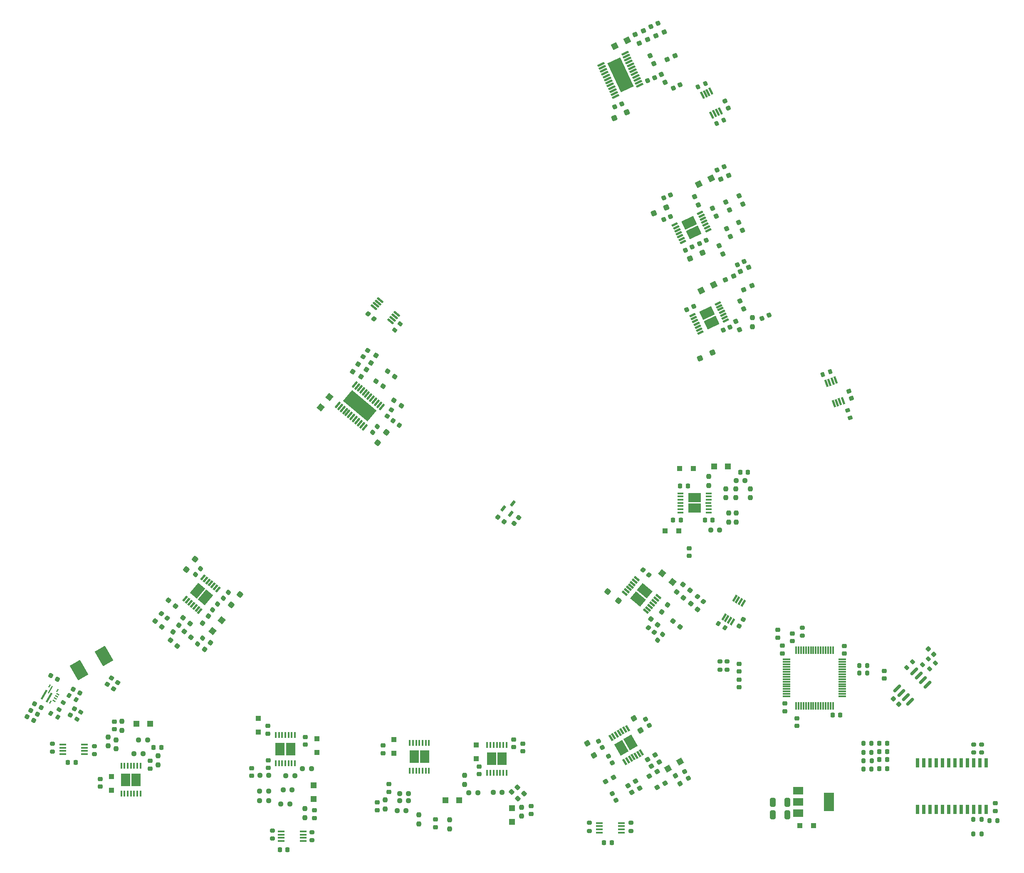
<source format=gbr>
%TF.GenerationSoftware,KiCad,Pcbnew,8.0.0*%
%TF.CreationDate,2024-03-07T18:38:19+01:00*%
%TF.ProjectId,PDU FT24,50445520-4654-4323-942e-6b696361645f,rev?*%
%TF.SameCoordinates,Original*%
%TF.FileFunction,Paste,Top*%
%TF.FilePolarity,Positive*%
%FSLAX46Y46*%
G04 Gerber Fmt 4.6, Leading zero omitted, Abs format (unit mm)*
G04 Created by KiCad (PCBNEW 8.0.0) date 2024-03-07 18:38:19*
%MOMM*%
%LPD*%
G01*
G04 APERTURE LIST*
G04 Aperture macros list*
%AMRoundRect*
0 Rectangle with rounded corners*
0 $1 Rounding radius*
0 $2 $3 $4 $5 $6 $7 $8 $9 X,Y pos of 4 corners*
0 Add a 4 corners polygon primitive as box body*
4,1,4,$2,$3,$4,$5,$6,$7,$8,$9,$2,$3,0*
0 Add four circle primitives for the rounded corners*
1,1,$1+$1,$2,$3*
1,1,$1+$1,$4,$5*
1,1,$1+$1,$6,$7*
1,1,$1+$1,$8,$9*
0 Add four rect primitives between the rounded corners*
20,1,$1+$1,$2,$3,$4,$5,0*
20,1,$1+$1,$4,$5,$6,$7,0*
20,1,$1+$1,$6,$7,$8,$9,0*
20,1,$1+$1,$8,$9,$2,$3,0*%
%AMRotRect*
0 Rectangle, with rotation*
0 The origin of the aperture is its center*
0 $1 length*
0 $2 width*
0 $3 Rotation angle, in degrees counterclockwise*
0 Add horizontal line*
21,1,$1,$2,0,0,$3*%
G04 Aperture macros list end*
%ADD10R,1.850000X2.650000*%
%ADD11R,0.450000X1.310000*%
%ADD12R,1.475000X0.450000*%
%ADD13RoundRect,0.250000X0.325000X0.650000X-0.325000X0.650000X-0.325000X-0.650000X0.325000X-0.650000X0*%
%ADD14RoundRect,0.225000X0.046884X-0.333057X0.336138X0.011663X-0.046884X0.333057X-0.336138X-0.011663X0*%
%ADD15RoundRect,0.237500X0.237500X-0.250000X0.237500X0.250000X-0.237500X0.250000X-0.237500X-0.250000X0*%
%ADD16RoundRect,0.237500X-0.250000X-0.237500X0.250000X-0.237500X0.250000X0.237500X-0.250000X0.237500X0*%
%ADD17RoundRect,0.225000X-0.046884X0.333057X-0.336138X-0.011663X0.046884X-0.333057X0.336138X0.011663X0*%
%ADD18RoundRect,0.225000X0.225000X0.250000X-0.225000X0.250000X-0.225000X-0.250000X0.225000X-0.250000X0*%
%ADD19RoundRect,0.237500X0.320903X-0.126205X0.109594X0.326949X-0.320903X0.126205X-0.109594X-0.326949X0*%
%ADD20RoundRect,0.225000X-0.098265X-0.321666X0.309574X-0.131488X0.098265X0.321666X-0.309574X0.131488X0*%
%ADD21RoundRect,0.200000X-0.053033X0.335876X-0.335876X0.053033X0.053033X-0.335876X0.335876X-0.053033X0*%
%ADD22RoundRect,0.237500X-0.320903X0.126205X-0.109594X-0.326949X0.320903X-0.126205X0.109594X0.326949X0*%
%ADD23RoundRect,0.218750X0.218750X0.256250X-0.218750X0.256250X-0.218750X-0.256250X0.218750X-0.256250X0*%
%ADD24RotRect,2.650000X1.850000X205.000000*%
%ADD25RotRect,1.310000X0.450000X205.000000*%
%ADD26RoundRect,0.200000X0.053033X-0.335876X0.335876X-0.053033X-0.053033X0.335876X-0.335876X0.053033X0*%
%ADD27RoundRect,0.225000X0.250000X-0.225000X0.250000X0.225000X-0.250000X0.225000X-0.250000X-0.225000X0*%
%ADD28RoundRect,0.250000X-0.300000X0.300000X-0.300000X-0.300000X0.300000X-0.300000X0.300000X0.300000X0*%
%ADD29RoundRect,0.237500X-0.344173X-0.021239X0.038849X-0.342632X0.344173X0.021239X-0.038849X0.342632X0*%
%ADD30RoundRect,0.237500X0.250000X0.237500X-0.250000X0.237500X-0.250000X-0.237500X0.250000X-0.237500X0*%
%ADD31RoundRect,0.237500X-0.126205X-0.320903X0.326949X-0.109594X0.126205X0.320903X-0.326949X0.109594X0*%
%ADD32RoundRect,0.250000X0.036977X-0.422650X0.422650X0.036977X-0.036977X0.422650X-0.422650X-0.036977X0*%
%ADD33RoundRect,0.225000X-0.327703X-0.075733X0.040915X-0.333843X0.327703X0.075733X-0.040915X0.333843X0*%
%ADD34RoundRect,0.237500X-0.237500X0.250000X-0.237500X-0.250000X0.237500X-0.250000X0.237500X0.250000X0*%
%ADD35RoundRect,0.225000X-0.250000X0.225000X-0.250000X-0.225000X0.250000X-0.225000X0.250000X0.225000X0*%
%ADD36RoundRect,0.237500X0.097756X0.330681X-0.335256X0.080681X-0.097756X-0.330681X0.335256X-0.080681X0*%
%ADD37RoundRect,0.225000X-0.329006X0.069856X-0.104006X-0.319856X0.329006X-0.069856X0.104006X0.319856X0*%
%ADD38RoundRect,0.200000X0.200000X0.275000X-0.200000X0.275000X-0.200000X-0.275000X0.200000X-0.275000X0*%
%ADD39RoundRect,0.200000X-0.275000X0.200000X-0.275000X-0.200000X0.275000X-0.200000X0.275000X0.200000X0*%
%ADD40RoundRect,0.250000X-0.409808X0.109808X-0.109808X-0.409808X0.409808X-0.109808X0.109808X0.409808X0*%
%ADD41RoundRect,0.237500X0.344173X0.021239X-0.038849X0.342632X-0.344173X-0.021239X0.038849X-0.342632X0*%
%ADD42RoundRect,0.225000X0.075733X-0.327703X0.333843X0.040915X-0.075733X0.327703X-0.333843X-0.040915X0*%
%ADD43RoundRect,0.237500X-0.021239X0.344173X-0.342632X-0.038849X0.021239X-0.344173X0.342632X0.038849X0*%
%ADD44RoundRect,0.225000X0.098265X0.321666X-0.309574X0.131488X-0.098265X-0.321666X0.309574X-0.131488X0*%
%ADD45RoundRect,0.250000X-0.300000X-0.300000X0.300000X-0.300000X0.300000X0.300000X-0.300000X0.300000X0*%
%ADD46RoundRect,0.200000X-0.082105X0.329975X-0.339220X0.023558X0.082105X-0.329975X0.339220X-0.023558X0*%
%ADD47RoundRect,0.200000X-0.093883X-0.326819X0.281994X-0.190011X0.093883X0.326819X-0.281994X0.190011X0*%
%ADD48RoundRect,0.225000X-0.319856X-0.104006X0.069856X-0.329006X0.319856X0.104006X-0.069856X0.329006X0*%
%ADD49RotRect,0.250000X0.600000X240.000000*%
%ADD50RotRect,0.250000X0.600000X150.000000*%
%ADD51RotRect,0.250000X1.700000X150.000000*%
%ADD52RotRect,0.400000X2.100000X150.000000*%
%ADD53RoundRect,0.225000X-0.333057X-0.046884X0.011663X-0.336138X0.333057X0.046884X-0.011663X0.336138X0*%
%ADD54RoundRect,0.237500X-0.097756X-0.330681X0.335256X-0.080681X0.097756X0.330681X-0.335256X0.080681X0*%
%ADD55R,1.200000X1.200000*%
%ADD56RoundRect,0.200000X0.275000X-0.200000X0.275000X0.200000X-0.275000X0.200000X-0.275000X-0.200000X0*%
%ADD57RotRect,0.450000X1.475000X330.000000*%
%ADD58RoundRect,0.237500X-0.051155X0.341012X-0.337943X-0.068564X0.051155X-0.341012X0.337943X0.068564X0*%
%ADD59RoundRect,0.225000X0.333057X0.046884X-0.011663X0.336138X-0.333057X-0.046884X0.011663X-0.336138X0*%
%ADD60RoundRect,0.225000X-0.225000X-0.250000X0.225000X-0.250000X0.225000X0.250000X-0.225000X0.250000X0*%
%ADD61RoundRect,0.225000X0.321666X-0.098265X0.131488X0.309574X-0.321666X0.098265X-0.131488X-0.309574X0*%
%ADD62RoundRect,0.150000X-0.477297X-0.689429X0.689429X0.477297X0.477297X0.689429X-0.689429X-0.477297X0*%
%ADD63RotRect,2.413000X3.429000X30.000000*%
%ADD64RoundRect,0.237500X0.126205X0.320903X-0.326949X0.109594X-0.126205X-0.320903X0.326949X-0.109594X0*%
%ADD65RotRect,1.200000X1.200000X205.000000*%
%ADD66RoundRect,0.225000X0.104006X-0.319856X0.329006X0.069856X-0.104006X0.319856X-0.329006X-0.069856X0*%
%ADD67RoundRect,0.250000X0.300000X0.300000X-0.300000X0.300000X-0.300000X-0.300000X0.300000X-0.300000X0*%
%ADD68RoundRect,0.237500X0.341012X0.051155X-0.068564X0.337943X-0.341012X-0.051155X0.068564X-0.337943X0*%
%ADD69RoundRect,0.200000X-0.200000X-0.275000X0.200000X-0.275000X0.200000X0.275000X-0.200000X0.275000X0*%
%ADD70RotRect,1.200000X1.200000X30.000000*%
%ADD71RotRect,0.450000X1.525000X320.000000*%
%ADD72RotRect,2.870000X6.500000X230.000000*%
%ADD73RotRect,0.450000X1.475000X230.000000*%
%ADD74RoundRect,0.200000X0.138157X-0.310705X0.338157X0.035705X-0.138157X0.310705X-0.338157X-0.035705X0*%
%ADD75R,0.700000X1.950000*%
%ADD76RoundRect,0.200000X0.310705X0.138157X-0.035705X0.338157X-0.310705X-0.138157X0.035705X-0.338157X0*%
%ADD77RoundRect,0.200000X-0.138157X0.310705X-0.338157X-0.035705X0.138157X-0.310705X0.338157X0.035705X0*%
%ADD78RoundRect,0.225000X-0.075733X0.327703X-0.333843X-0.040915X0.075733X-0.327703X0.333843X0.040915X0*%
%ADD79R,2.000000X1.500000*%
%ADD80R,2.000000X3.800000*%
%ADD81RoundRect,0.200000X0.065042X0.333758X-0.297482X0.164711X-0.065042X-0.333758X0.297482X-0.164711X0*%
%ADD82RotRect,2.650000X1.850000X140.000000*%
%ADD83RotRect,1.310000X0.450000X140.000000*%
%ADD84RotRect,2.650000X1.850000X50.000000*%
%ADD85RotRect,1.310000X0.450000X50.000000*%
%ADD86RoundRect,0.250000X-0.145107X-0.398678X0.398678X-0.145107X0.145107X0.398678X-0.398678X0.145107X0*%
%ADD87RotRect,1.200000X1.200000X230.000000*%
%ADD88R,2.650000X1.850000*%
%ADD89R,1.310000X0.450000*%
%ADD90RotRect,1.200000X1.200000X50.000000*%
%ADD91RoundRect,0.225000X-0.330695X-0.061367X0.026314X-0.335310X0.330695X0.061367X-0.026314X0.335310X0*%
%ADD92RoundRect,0.225000X-0.061367X0.330695X-0.335310X-0.026314X0.061367X-0.330695X0.335310X0.026314X0*%
%ADD93RoundRect,0.237500X0.021239X-0.344173X0.342632X0.038849X-0.021239X0.344173X-0.342632X-0.038849X0*%
%ADD94RoundRect,0.237500X-0.341012X-0.051155X0.068564X-0.337943X0.341012X0.051155X-0.068564X0.337943X0*%
%ADD95RoundRect,0.250000X-0.036977X0.422650X-0.422650X-0.036977X0.036977X-0.422650X0.422650X0.036977X0*%
%ADD96RoundRect,0.200000X-0.065042X-0.333758X0.297482X-0.164711X0.065042X0.333758X-0.297482X0.164711X0*%
%ADD97RotRect,1.200000X1.200000X140.000000*%
%ADD98RoundRect,0.250000X0.300000X-0.300000X0.300000X0.300000X-0.300000X0.300000X-0.300000X-0.300000X0*%
%ADD99RoundRect,0.237500X0.330681X-0.097756X0.080681X0.335256X-0.330681X0.097756X-0.080681X-0.335256X0*%
%ADD100RoundRect,0.237500X0.051155X-0.341012X0.337943X0.068564X-0.051155X0.341012X-0.337943X-0.068564X0*%
%ADD101RoundRect,0.225000X0.329006X-0.069856X0.104006X0.319856X-0.329006X0.069856X-0.104006X-0.319856X0*%
%ADD102RotRect,2.650000X1.850000X120.000000*%
%ADD103RotRect,1.310000X0.450000X120.000000*%
%ADD104RoundRect,0.075000X-0.700000X-0.075000X0.700000X-0.075000X0.700000X0.075000X-0.700000X0.075000X0*%
%ADD105RoundRect,0.075000X-0.075000X-0.700000X0.075000X-0.700000X0.075000X0.700000X-0.075000X0.700000X0*%
%ADD106RotRect,0.450000X1.475000X25.000000*%
%ADD107RoundRect,0.225000X0.335876X0.017678X0.017678X0.335876X-0.335876X-0.017678X-0.017678X-0.335876X0*%
%ADD108RoundRect,0.237500X0.344715X-0.008839X-0.008839X0.344715X-0.344715X0.008839X0.008839X-0.344715X0*%
%ADD109RoundRect,0.250000X-0.422650X-0.036977X0.036977X-0.422650X0.422650X0.036977X-0.036977X0.422650X0*%
%ADD110RoundRect,0.225000X0.311878X-0.125926X0.157969X0.296936X-0.311878X0.125926X-0.157969X-0.296936X0*%
%ADD111RotRect,0.600000X1.250000X142.500000*%
%ADD112RoundRect,0.237500X-0.344715X0.008839X0.008839X-0.344715X0.344715X-0.008839X-0.008839X0.344715X0*%
%ADD113RoundRect,0.200000X-0.326819X0.093883X-0.190011X-0.281994X0.326819X-0.093883X0.190011X0.281994X0*%
%ADD114RotRect,0.450000X1.525000X295.000000*%
%ADD115RotRect,2.870000X6.500000X205.000000*%
%ADD116RoundRect,0.200000X-0.310705X-0.138157X0.035705X-0.338157X0.310705X0.138157X-0.035705X0.338157X0*%
%ADD117RotRect,0.450000X1.475000X20.000000*%
G04 APERTURE END LIST*
D10*
%TO.C,U12*%
X178500000Y-207700000D03*
X180650000Y-207700000D03*
D11*
X177625000Y-210550000D03*
X178275000Y-210550000D03*
X178925000Y-210550000D03*
X179575000Y-210545000D03*
X180225000Y-210550000D03*
X180875000Y-210550000D03*
X181525000Y-210550000D03*
X181525000Y-204850000D03*
X180875000Y-204850000D03*
X180225000Y-204850000D03*
X179575000Y-204850000D03*
X178925000Y-204850000D03*
X178275000Y-204850000D03*
X177625000Y-204850000D03*
%TD*%
D12*
%TO.C,IC5*%
X220659075Y-223153156D03*
X220659075Y-222503156D03*
X220659075Y-221853156D03*
X220659075Y-221203156D03*
X216235075Y-221203156D03*
X216235075Y-221853156D03*
X216235075Y-222503156D03*
X216235075Y-223153156D03*
%TD*%
D13*
%TO.C,C17*%
X254475000Y-217000000D03*
X251525000Y-217000000D03*
%TD*%
D14*
%TO.C,C121*%
X228101840Y-183993684D03*
X229098160Y-182806316D03*
%TD*%
D15*
%TO.C,R124*%
X172600000Y-218312500D03*
X172600000Y-216487500D03*
%TD*%
D16*
%TO.C,R178*%
X189635071Y-215060792D03*
X191460071Y-215060792D03*
%TD*%
D17*
%TO.C,C19*%
X138498160Y-176606316D03*
X137501840Y-177793684D03*
%TD*%
D18*
%TO.C,C29*%
X109575000Y-208875000D03*
X108025000Y-208875000D03*
%TD*%
D19*
%TO.C,R54*%
X229616287Y-70366890D03*
X228845009Y-68712878D03*
%TD*%
D20*
%TO.C,C52*%
X249347112Y-118420271D03*
X250751890Y-117765213D03*
%TD*%
D21*
%TO.C,R4*%
X283183363Y-187816637D03*
X282016637Y-188983363D03*
%TD*%
D22*
%TO.C,R194*%
X244561436Y-98851150D03*
X245332714Y-100505162D03*
%TD*%
D23*
%TO.C,D4*%
X274787500Y-205000000D03*
X273212500Y-205000000D03*
%TD*%
D10*
%TO.C,U46*%
X194265668Y-208123080D03*
X196415668Y-208123080D03*
D11*
X193390668Y-210973080D03*
X194040668Y-210973080D03*
X194690668Y-210973080D03*
X195340668Y-210968080D03*
X195990668Y-210973080D03*
X196640668Y-210973080D03*
X197290668Y-210973080D03*
X197290668Y-205273080D03*
X196640668Y-205273080D03*
X195990668Y-205273080D03*
X195340668Y-205273080D03*
X194690668Y-205273080D03*
X194040668Y-205273080D03*
X193390668Y-205273080D03*
%TD*%
D24*
%TO.C,U18*%
X239028944Y-119303495D03*
X238120314Y-117354933D03*
D25*
X241981712Y-118892052D03*
X241707010Y-118302952D03*
X241432308Y-117713852D03*
X241153075Y-117126865D03*
X240882904Y-116535652D03*
X240608202Y-115946552D03*
X240333501Y-115357452D03*
X235167546Y-117766376D03*
X235442248Y-118355476D03*
X235716950Y-118944576D03*
X235991652Y-119533676D03*
X236266354Y-120122776D03*
X236541056Y-120711876D03*
X236815757Y-121300976D03*
%TD*%
D26*
%TO.C,R118*%
X283416637Y-189783363D03*
X284583363Y-188616637D03*
%TD*%
D27*
%TO.C,C72*%
X274200000Y-191775000D03*
X274200000Y-190225000D03*
%TD*%
D14*
%TO.C,C49*%
X170033657Y-141632601D03*
X171029977Y-140445233D03*
%TD*%
D28*
%TO.C,D8*%
X146782938Y-199890379D03*
X146782938Y-202690379D03*
%TD*%
D29*
%TO.C,R24*%
X128525291Y-175824874D03*
X129923323Y-176997962D03*
%TD*%
D30*
%TO.C,R30*%
X157602500Y-210170000D03*
X155777500Y-210170000D03*
%TD*%
%TO.C,R31*%
X154217173Y-211617123D03*
X152392173Y-211617123D03*
%TD*%
D31*
%TO.C,R72*%
X245620069Y-112563795D03*
X247274081Y-111792517D03*
%TD*%
D32*
%TO.C,D15*%
X171047172Y-143750618D03*
X172846978Y-141605694D03*
%TD*%
D33*
%TO.C,C47*%
X174200000Y-139300000D03*
X175469686Y-140189044D03*
%TD*%
D27*
%TO.C,C23*%
X158230000Y-220175000D03*
X158230000Y-218625000D03*
%TD*%
D18*
%TO.C,C113*%
X127021832Y-205842478D03*
X125471832Y-205842478D03*
%TD*%
D27*
%TO.C,C117*%
X200600000Y-206575000D03*
X200600000Y-205025000D03*
%TD*%
D15*
%TO.C,R177*%
X200365906Y-219826901D03*
X200365906Y-218001901D03*
%TD*%
D34*
%TO.C,R175*%
X188771419Y-211504046D03*
X188771419Y-213329046D03*
%TD*%
D35*
%TO.C,C7*%
X252513478Y-181881646D03*
X252513478Y-183431646D03*
%TD*%
D36*
%TO.C,R9*%
X228390248Y-208743750D03*
X226809752Y-209656250D03*
%TD*%
D37*
%TO.C,C97*%
X218046097Y-207612428D03*
X218821097Y-208954768D03*
%TD*%
D38*
%TO.C,R13*%
X297272075Y-220678156D03*
X295622075Y-220678156D03*
%TD*%
D39*
%TO.C,R7*%
X240727075Y-188333156D03*
X240727075Y-189983156D03*
%TD*%
D40*
%TO.C,D19*%
X223200000Y-199887564D03*
X224600000Y-202312436D03*
%TD*%
D41*
%TO.C,R185*%
X233345398Y-175316839D03*
X231947366Y-174143751D03*
%TD*%
D42*
%TO.C,C48*%
X173002553Y-138312999D03*
X173891597Y-137043313D03*
%TD*%
D29*
%TO.C,R186*%
X233232940Y-172611663D03*
X234630972Y-173784751D03*
%TD*%
D43*
%TO.C,R182*%
X230086544Y-176800984D03*
X228913456Y-178199016D03*
%TD*%
D34*
%TO.C,R171*%
X119000000Y-200487500D03*
X119000000Y-202312500D03*
%TD*%
D44*
%TO.C,C51*%
X245693692Y-106829158D03*
X244288914Y-107484216D03*
%TD*%
D45*
%TO.C,D43*%
X232547075Y-149044884D03*
X235347075Y-149044884D03*
%TD*%
D34*
%TO.C,R128*%
X238447076Y-150632385D03*
X238447076Y-152457385D03*
%TD*%
D22*
%TO.C,R193*%
X241925423Y-94716220D03*
X242696701Y-96370232D03*
%TD*%
D23*
%TO.C,D2*%
X274787500Y-208266834D03*
X273212500Y-208266834D03*
%TD*%
D30*
%TO.C,R132*%
X240705352Y-161498509D03*
X238880352Y-161498509D03*
%TD*%
D16*
%TO.C,R29*%
X147034575Y-214678156D03*
X148859575Y-214678156D03*
%TD*%
D46*
%TO.C,R65*%
X175628307Y-119567955D03*
X174567707Y-120831929D03*
%TD*%
D27*
%TO.C,C3*%
X244637075Y-190343156D03*
X244637075Y-188793156D03*
%TD*%
D37*
%TO.C,C13*%
X225612500Y-200028830D03*
X226387500Y-201371170D03*
%TD*%
D35*
%TO.C,C119*%
X198800000Y-204225000D03*
X198800000Y-205775000D03*
%TD*%
D47*
%TO.C,R37*%
X261671829Y-129844129D03*
X263222321Y-129279795D03*
%TD*%
D35*
%TO.C,C8*%
X266070509Y-185168422D03*
X266070509Y-186718422D03*
%TD*%
D15*
%TO.C,R134*%
X246947075Y-154957385D03*
X246947075Y-153132385D03*
%TD*%
D29*
%TO.C,R21*%
X125748059Y-180091612D03*
X127146091Y-181264700D03*
%TD*%
D48*
%TO.C,C58*%
X109108830Y-193972500D03*
X110451170Y-194747500D03*
%TD*%
D34*
%TO.C,R133*%
X243947074Y-153132383D03*
X243947074Y-154957383D03*
%TD*%
D44*
%TO.C,C125*%
X230702389Y-93272471D03*
X229297611Y-93927529D03*
%TD*%
D49*
%TO.C,IC8*%
X105195160Y-196301602D03*
X105445160Y-195868589D03*
X105695160Y-195435577D03*
X105945160Y-195002564D03*
D50*
X105863128Y-194204647D03*
D51*
X104462295Y-194030961D03*
D50*
X104304282Y-193304647D03*
D52*
X103210000Y-195040000D03*
X104214590Y-195620000D03*
D50*
X104463128Y-196629519D03*
%TD*%
D53*
%TO.C,C20*%
X127085282Y-178532786D03*
X128272650Y-179529106D03*
%TD*%
D54*
%TO.C,R150*%
X228015177Y-213980085D03*
X229595673Y-213067585D03*
%TD*%
D55*
%TO.C,D56*%
X122000000Y-201000000D03*
X124800000Y-201000000D03*
%TD*%
D19*
%TO.C,R70*%
X244733639Y-120715006D03*
X243962361Y-119060994D03*
%TD*%
D56*
%TO.C,R117*%
X149674399Y-224381006D03*
X149674399Y-222731006D03*
%TD*%
D57*
%TO.C,IC3*%
X245486692Y-176398480D03*
X244923775Y-176073480D03*
X244360859Y-175748480D03*
X243797942Y-175423480D03*
X241585942Y-179254776D03*
X242148859Y-179579776D03*
X242711775Y-179904776D03*
X243274692Y-180229776D03*
%TD*%
D35*
%TO.C,C118*%
X191774841Y-209728443D03*
X191774841Y-211278443D03*
%TD*%
D58*
%TO.C,R60*%
X168758795Y-128832715D03*
X167712019Y-130327667D03*
%TD*%
D16*
%TO.C,R125*%
X175534575Y-216678156D03*
X177359575Y-216678156D03*
%TD*%
%TO.C,R36*%
X151840836Y-214449953D03*
X153665836Y-214449953D03*
%TD*%
D28*
%TO.C,D10*%
X174400000Y-204200000D03*
X174400000Y-207000000D03*
%TD*%
D27*
%TO.C,C80*%
X182890178Y-222045499D03*
X182890178Y-220495499D03*
%TD*%
D23*
%TO.C,D1*%
X274787500Y-210100000D03*
X273212500Y-210100000D03*
%TD*%
D53*
%TO.C,C50*%
X169100739Y-117493377D03*
X170288107Y-118489697D03*
%TD*%
D41*
%TO.C,R25*%
X132899016Y-180586544D03*
X131500984Y-179413456D03*
%TD*%
D59*
%TO.C,C122*%
X227400000Y-182400000D03*
X226212632Y-181403680D03*
%TD*%
D60*
%TO.C,C87*%
X237725000Y-159544884D03*
X239275000Y-159544884D03*
%TD*%
D27*
%TO.C,C116*%
X202335522Y-219342105D03*
X202335522Y-217792105D03*
%TD*%
D15*
%TO.C,R127*%
X242500000Y-159912500D03*
X242500000Y-158087500D03*
%TD*%
D37*
%TO.C,C96*%
X218802935Y-215199015D03*
X219577935Y-216541355D03*
%TD*%
D56*
%TO.C,R8*%
X242227075Y-189983156D03*
X242227075Y-188333156D03*
%TD*%
D61*
%TO.C,C31*%
X242451402Y-75588137D03*
X241796344Y-74183359D03*
%TD*%
D62*
%TO.C,U1*%
X276802872Y-193803051D03*
X277700898Y-194701076D03*
X278598924Y-195599102D03*
X279496949Y-196497128D03*
X282997128Y-192996949D03*
X282099102Y-192098924D03*
X281201076Y-191200898D03*
X280303051Y-190302872D03*
%TD*%
D63*
%TO.C,L2*%
X110310340Y-190080500D03*
X115369660Y-187159500D03*
%TD*%
D64*
%TO.C,R55*%
X226012245Y-61661938D03*
X224358233Y-62433216D03*
%TD*%
D65*
%TO.C,D13*%
X221848831Y-61778334D03*
X219311169Y-62961666D03*
%TD*%
D35*
%TO.C,C86*%
X234500000Y-165225000D03*
X234500000Y-166775000D03*
%TD*%
D66*
%TO.C,C60*%
X108552500Y-199251170D03*
X109327500Y-197908830D03*
%TD*%
D35*
%TO.C,C112*%
X117463465Y-200570563D03*
X117463465Y-202120563D03*
%TD*%
%TO.C,C24*%
X145400000Y-210025000D03*
X145400000Y-211575000D03*
%TD*%
D41*
%TO.C,R181*%
X232612897Y-181229235D03*
X231214865Y-180056147D03*
%TD*%
D16*
%TO.C,R32*%
X147034575Y-216678156D03*
X148859575Y-216678156D03*
%TD*%
D67*
%TO.C,D5*%
X259855000Y-221700000D03*
X257055000Y-221700000D03*
%TD*%
D68*
%TO.C,R59*%
X175891139Y-136196724D03*
X174396187Y-135149948D03*
%TD*%
D54*
%TO.C,R146*%
X222829184Y-214997682D03*
X224409680Y-214085182D03*
%TD*%
D69*
%TO.C,R18*%
X269122075Y-190678156D03*
X270772075Y-190678156D03*
%TD*%
D31*
%TO.C,R56*%
X223512997Y-60620599D03*
X225167009Y-59849321D03*
%TD*%
D60*
%TO.C,C77*%
X151172075Y-226678156D03*
X152722075Y-226678156D03*
%TD*%
D56*
%TO.C,R44*%
X214182642Y-222804117D03*
X214182642Y-221154117D03*
%TD*%
D38*
%TO.C,R15*%
X294005021Y-220457848D03*
X292355021Y-220457848D03*
%TD*%
D14*
%TO.C,C18*%
X134448915Y-184771840D03*
X135445235Y-183584472D03*
%TD*%
D70*
%TO.C,D47*%
X230187564Y-210100000D03*
X232612436Y-208700000D03*
%TD*%
D24*
%TO.C,U50*%
X235420986Y-100880122D03*
X234512356Y-98931560D03*
D25*
X238373754Y-100468679D03*
X238099052Y-99879579D03*
X237824350Y-99290479D03*
X237545117Y-98703492D03*
X237274946Y-98112279D03*
X237000244Y-97523179D03*
X236725543Y-96934079D03*
X231559588Y-99343003D03*
X231834290Y-99932103D03*
X232108992Y-100521203D03*
X232383694Y-101110303D03*
X232658396Y-101699403D03*
X232933098Y-102288503D03*
X233207799Y-102877603D03*
%TD*%
D71*
%TO.C,IC9*%
X171910773Y-136468014D03*
X171412844Y-136050202D03*
X170914915Y-135632390D03*
X170416986Y-135214578D03*
X169919057Y-134796766D03*
X169421128Y-134378954D03*
X168923200Y-133961142D03*
X168425271Y-133543331D03*
X167927342Y-133125519D03*
X167429413Y-132707707D03*
X166931484Y-132289895D03*
X166433555Y-131872083D03*
X162947075Y-136027108D03*
X163445004Y-136444920D03*
X163942933Y-136862732D03*
X164440862Y-137280544D03*
X164938791Y-137698356D03*
X165436720Y-138116168D03*
X165934648Y-138533980D03*
X166432577Y-138951791D03*
X166930506Y-139369603D03*
X167428435Y-139787415D03*
X167926364Y-140205227D03*
X168424293Y-140623039D03*
D72*
X167428924Y-136247561D03*
%TD*%
D64*
%TO.C,R71*%
X243537220Y-109820086D03*
X241883208Y-110591364D03*
%TD*%
D28*
%TO.C,D59*%
X191120000Y-205300000D03*
X191120000Y-208100000D03*
%TD*%
D60*
%TO.C,C89*%
X232672075Y-152544884D03*
X234222075Y-152544884D03*
%TD*%
D73*
%TO.C,IC2*%
X173744389Y-119031487D03*
X174162201Y-118533558D03*
X174580013Y-118035629D03*
X174997825Y-117537700D03*
X171608845Y-114694007D03*
X171191033Y-115191936D03*
X170773221Y-115689865D03*
X170355409Y-116187794D03*
%TD*%
D74*
%TO.C,R76*%
X109847500Y-200064471D03*
X110672500Y-198635529D03*
%TD*%
D22*
%TO.C,R187*%
X242133770Y-100135063D03*
X242905048Y-101789075D03*
%TD*%
D20*
%TO.C,C127*%
X233719478Y-104514747D03*
X235124256Y-103859689D03*
%TD*%
D75*
%TO.C,U4*%
X294932075Y-208953156D03*
X293662075Y-208953156D03*
X292392075Y-208953156D03*
X291122075Y-208953156D03*
X289852075Y-208953156D03*
X288582075Y-208953156D03*
X287312075Y-208953156D03*
X286042075Y-208953156D03*
X284772075Y-208953156D03*
X283502075Y-208953156D03*
X282232075Y-208953156D03*
X280962075Y-208953156D03*
X280962075Y-218403156D03*
X282232075Y-218403156D03*
X283502075Y-218403156D03*
X284772075Y-218403156D03*
X286042075Y-218403156D03*
X287312075Y-218403156D03*
X288582075Y-218403156D03*
X289852075Y-218403156D03*
X291122075Y-218403156D03*
X292392075Y-218403156D03*
X293662075Y-218403156D03*
X294932075Y-218403156D03*
%TD*%
D43*
%TO.C,R39*%
X136586544Y-179100984D03*
X135413456Y-180499016D03*
%TD*%
D60*
%TO.C,C9*%
X263672075Y-199178156D03*
X265222075Y-199178156D03*
%TD*%
D69*
%TO.C,R12*%
X292355021Y-223457848D03*
X294005021Y-223457848D03*
%TD*%
D54*
%TO.C,R148*%
X217516213Y-212795346D03*
X219096709Y-211882846D03*
%TD*%
D17*
%TO.C,C21*%
X134998160Y-169406316D03*
X134001840Y-170593684D03*
%TD*%
D15*
%TO.C,R67*%
X247400000Y-120112500D03*
X247400000Y-118287500D03*
%TD*%
D76*
%TO.C,R74*%
X105984471Y-199672500D03*
X104555529Y-198847500D03*
%TD*%
D69*
%TO.C,R2*%
X269975000Y-208500000D03*
X271625000Y-208500000D03*
%TD*%
D27*
%TO.C,C114*%
X124746832Y-210117478D03*
X124746832Y-208567478D03*
%TD*%
D39*
%TO.C,R43*%
X222682642Y-221154117D03*
X222682642Y-222804117D03*
%TD*%
D22*
%TO.C,R68*%
X244815786Y-114868621D03*
X245587064Y-116522633D03*
%TD*%
D77*
%TO.C,R77*%
X107082500Y-196655529D03*
X106257500Y-198084471D03*
%TD*%
D78*
%TO.C,C62*%
X116934522Y-191685157D03*
X116045478Y-192954843D03*
%TD*%
D22*
%TO.C,R188*%
X235561436Y-93656744D03*
X236332714Y-95310756D03*
%TD*%
D20*
%TO.C,C128*%
X229297611Y-98327529D03*
X230702389Y-97672471D03*
%TD*%
D27*
%TO.C,C115*%
X114600000Y-213775000D03*
X114600000Y-212225000D03*
%TD*%
D18*
%TO.C,C85*%
X246475000Y-149800000D03*
X244925000Y-149800000D03*
%TD*%
D20*
%TO.C,C54*%
X233987080Y-116627449D03*
X235391858Y-115972391D03*
%TD*%
D79*
%TO.C,U5*%
X256654964Y-214594980D03*
X256654964Y-216894980D03*
D80*
X262954964Y-216894980D03*
D79*
X256654964Y-219194980D03*
%TD*%
D15*
%TO.C,R122*%
X179447075Y-221379856D03*
X179447075Y-219554856D03*
%TD*%
D26*
%TO.C,R73*%
X278816637Y-189583363D03*
X279983363Y-188416637D03*
%TD*%
D81*
%TO.C,R46*%
X241540814Y-78039458D03*
X240045406Y-78736778D03*
%TD*%
D82*
%TO.C,U48*%
X224096972Y-175584745D03*
X225478966Y-173937749D03*
D83*
X225717760Y-178086978D03*
X226135572Y-177589049D03*
X226553384Y-177091121D03*
X226967365Y-176589978D03*
X227389008Y-176095263D03*
X227806820Y-175597334D03*
X228224632Y-175099405D03*
X223858178Y-171435516D03*
X223440366Y-171933445D03*
X223022554Y-172431373D03*
X222604742Y-172929302D03*
X222186930Y-173427231D03*
X221769118Y-173925160D03*
X221351306Y-174423089D03*
%TD*%
D16*
%TO.C,R170*%
X121498065Y-207103331D03*
X123323065Y-207103331D03*
%TD*%
D84*
%TO.C,U11*%
X134400000Y-173909003D03*
X136046996Y-175290997D03*
D85*
X131897767Y-175529791D03*
X132395696Y-175947603D03*
X132893624Y-176365415D03*
X133394767Y-176779396D03*
X133889482Y-177201039D03*
X134387411Y-177618851D03*
X134885340Y-178036663D03*
X138549229Y-173670209D03*
X138051300Y-173252397D03*
X137553372Y-172834585D03*
X137055443Y-172416773D03*
X136557514Y-171998961D03*
X136059585Y-171581149D03*
X135561656Y-171163337D03*
%TD*%
D35*
%TO.C,C26*%
X148740000Y-201455000D03*
X148740000Y-203005000D03*
%TD*%
%TO.C,C82*%
X173395288Y-213299312D03*
X173395288Y-214849312D03*
%TD*%
D86*
%TO.C,D16*%
X219231169Y-77591666D03*
X221768831Y-76408334D03*
%TD*%
D87*
%TO.C,D14*%
X161299903Y-134427538D03*
X159500097Y-136572462D03*
%TD*%
D88*
%TO.C,U32*%
X235587075Y-157069884D03*
X235587075Y-154919884D03*
D89*
X238437075Y-157944884D03*
X238437075Y-157294884D03*
X238437075Y-156644884D03*
X238432075Y-155994884D03*
X238437075Y-155344884D03*
X238437075Y-154694884D03*
X238437075Y-154044884D03*
X232737075Y-154044884D03*
X232737075Y-154694884D03*
X232737075Y-155344884D03*
X232737075Y-155994884D03*
X232737075Y-156644884D03*
X232737075Y-157294884D03*
X232737075Y-157944884D03*
%TD*%
D48*
%TO.C,C56*%
X99713830Y-199577500D03*
X101056170Y-200352500D03*
%TD*%
D90*
%TO.C,D6*%
X137500097Y-182090103D03*
X139299903Y-179945179D03*
%TD*%
D39*
%TO.C,R105*%
X257513478Y-181431646D03*
X257513478Y-183081646D03*
%TD*%
D91*
%TO.C,C79*%
X195585151Y-158928210D03*
X196814849Y-159871790D03*
%TD*%
D35*
%TO.C,C41*%
X255513478Y-182606646D03*
X255513478Y-184156646D03*
%TD*%
D34*
%TO.C,R129*%
X241947074Y-153132384D03*
X241947074Y-154957384D03*
%TD*%
D92*
%TO.C,C78*%
X199771790Y-158985151D03*
X198828210Y-160214849D03*
%TD*%
D44*
%TO.C,C124*%
X241578654Y-87554250D03*
X240173876Y-88209308D03*
%TD*%
D86*
%TO.C,D21*%
X236731169Y-126591666D03*
X239268831Y-125408334D03*
%TD*%
D36*
%TO.C,R149*%
X227990248Y-210743750D03*
X226409752Y-211656250D03*
%TD*%
D30*
%TO.C,R131*%
X245859574Y-151500000D03*
X244034574Y-151500000D03*
%TD*%
D58*
%TO.C,R58*%
X170766312Y-125965684D03*
X169719536Y-127460636D03*
%TD*%
D93*
%TO.C,R23*%
X135860531Y-185877172D03*
X137033619Y-184479140D03*
%TD*%
D56*
%TO.C,R14*%
X294019544Y-206836685D03*
X294019544Y-205186685D03*
%TD*%
D94*
%TO.C,R19*%
X173091668Y-129233592D03*
X174586620Y-130280368D03*
%TD*%
D95*
%TO.C,D7*%
X133899903Y-167427538D03*
X132100097Y-169572462D03*
%TD*%
D23*
%TO.C,D3*%
X274787500Y-206661538D03*
X273212500Y-206661538D03*
%TD*%
D53*
%TO.C,C123*%
X225081836Y-169688295D03*
X226269204Y-170684615D03*
%TD*%
D86*
%TO.C,D63*%
X234678244Y-106269822D03*
X237215906Y-105086490D03*
%TD*%
D35*
%TO.C,C6*%
X253500000Y-185111315D03*
X253500000Y-186661315D03*
%TD*%
D55*
%TO.C,D41*%
X242409575Y-148594883D03*
X239609575Y-148594883D03*
%TD*%
D30*
%TO.C,R35*%
X153212931Y-217295877D03*
X151387931Y-217295877D03*
%TD*%
D15*
%TO.C,R123*%
X185708420Y-222411395D03*
X185708420Y-220586395D03*
%TD*%
D44*
%TO.C,C22*%
X228149464Y-58350627D03*
X226744686Y-59005685D03*
%TD*%
D55*
%TO.C,D58*%
X198400000Y-218200000D03*
X198400000Y-221000000D03*
%TD*%
D96*
%TO.C,R45*%
X236275295Y-71311568D03*
X237770703Y-70614248D03*
%TD*%
D22*
%TO.C,R189*%
X239206498Y-95984073D03*
X239977776Y-97638085D03*
%TD*%
D86*
%TO.C,D17*%
X227331169Y-96991666D03*
X229868831Y-95808334D03*
%TD*%
D69*
%TO.C,R3*%
X269947075Y-206800000D03*
X271597075Y-206800000D03*
%TD*%
D16*
%TO.C,R34*%
X147087500Y-211500000D03*
X148912500Y-211500000D03*
%TD*%
D12*
%TO.C,IC6*%
X155886399Y-224856006D03*
X155886399Y-224206006D03*
X155886399Y-223556006D03*
X155886399Y-222906006D03*
X151462399Y-222906006D03*
X151462399Y-223556006D03*
X151462399Y-224206006D03*
X151462399Y-224856006D03*
%TD*%
D97*
%TO.C,D60*%
X231097734Y-172125422D03*
X228952810Y-170325616D03*
%TD*%
D12*
%TO.C,IC4*%
X111412000Y-207175000D03*
X111412000Y-206525000D03*
X111412000Y-205875000D03*
X111412000Y-205225000D03*
X106988000Y-205225000D03*
X106988000Y-205875000D03*
X106988000Y-206525000D03*
X106988000Y-207175000D03*
%TD*%
D41*
%TO.C,R183*%
X236209856Y-177720408D03*
X234811824Y-176547320D03*
%TD*%
D48*
%TO.C,C55*%
X101263830Y-196927500D03*
X102606170Y-197702500D03*
%TD*%
D69*
%TO.C,R5*%
X269947363Y-205000000D03*
X271597363Y-205000000D03*
%TD*%
D65*
%TO.C,D20*%
X239528823Y-111606047D03*
X236991161Y-112789379D03*
%TD*%
D56*
%TO.C,R16*%
X292397613Y-206836685D03*
X292397613Y-205186685D03*
%TD*%
D22*
%TO.C,R52*%
X226527053Y-64925102D03*
X227298331Y-66579114D03*
%TD*%
D76*
%TO.C,R40*%
X241817775Y-181453230D03*
X240388833Y-180628230D03*
%TD*%
D17*
%TO.C,C11*%
X140698160Y-174206316D03*
X139701840Y-175393684D03*
%TD*%
D41*
%TO.C,R184*%
X228099016Y-180864035D03*
X226700984Y-179690947D03*
%TD*%
D34*
%TO.C,R172*%
X126346832Y-207529978D03*
X126346832Y-209354978D03*
%TD*%
D98*
%TO.C,D57*%
X116854108Y-214516656D03*
X116854108Y-211716656D03*
%TD*%
D99*
%TO.C,R147*%
X232655016Y-213191521D03*
X231742516Y-211611025D03*
%TD*%
D64*
%TO.C,R69*%
X246568310Y-108070086D03*
X244914298Y-108841364D03*
%TD*%
D59*
%TO.C,C120*%
X237390099Y-176099932D03*
X236202731Y-175103612D03*
%TD*%
D100*
%TO.C,R61*%
X166023526Y-129252189D03*
X167070302Y-127757237D03*
%TD*%
D101*
%TO.C,C95*%
X234318316Y-212072442D03*
X233543316Y-210730102D03*
%TD*%
D65*
%TO.C,D62*%
X239020256Y-89905796D03*
X236482594Y-91089128D03*
%TD*%
D54*
%TO.C,R143*%
X222026836Y-213607975D03*
X223607332Y-212695475D03*
%TD*%
D55*
%TO.C,D38*%
X187714543Y-216550993D03*
X184914543Y-216550993D03*
%TD*%
D60*
%TO.C,C88*%
X231225000Y-159544884D03*
X232775000Y-159544884D03*
%TD*%
D64*
%TO.C,R51*%
X231627006Y-64914361D03*
X229972994Y-65685639D03*
%TD*%
D40*
%TO.C,D49*%
X213747075Y-204965720D03*
X215147075Y-207390592D03*
%TD*%
D27*
%TO.C,C14*%
X296855021Y-218732848D03*
X296855021Y-217182848D03*
%TD*%
D34*
%TO.C,R173*%
X117858647Y-204277902D03*
X117858647Y-206102902D03*
%TD*%
D35*
%TO.C,C4*%
X244637075Y-192018156D03*
X244637075Y-193568156D03*
%TD*%
D66*
%TO.C,C28*%
X244696738Y-181123541D03*
X245471738Y-179781201D03*
%TD*%
D36*
%TO.C,R6*%
X227590248Y-207343750D03*
X226009752Y-208256250D03*
%TD*%
D94*
%TO.C,R57*%
X170711368Y-131215328D03*
X172206320Y-132262104D03*
%TD*%
D18*
%TO.C,C30*%
X218722075Y-225178156D03*
X217172075Y-225178156D03*
%TD*%
D102*
%TO.C,U7*%
X220738046Y-205875000D03*
X222600000Y-204800000D03*
D103*
X221405273Y-208780672D03*
X221968190Y-208455672D03*
X222531106Y-208130672D03*
X223091523Y-207801342D03*
X223656940Y-207480672D03*
X224219856Y-207155672D03*
X224782773Y-206830672D03*
X221932773Y-201894328D03*
X221369856Y-202219328D03*
X220806940Y-202544328D03*
X220244023Y-202869328D03*
X219681106Y-203194328D03*
X219118190Y-203519328D03*
X218555273Y-203844328D03*
%TD*%
D22*
%TO.C,R190*%
X244641436Y-93501150D03*
X245412714Y-95155162D03*
%TD*%
D78*
%TO.C,C46*%
X169049142Y-124931163D03*
X168160098Y-126200849D03*
%TD*%
D104*
%TO.C,U3*%
X254338478Y-187906646D03*
X254338478Y-188406646D03*
X254338478Y-188906646D03*
X254338478Y-189406646D03*
X254338478Y-189906646D03*
X254338478Y-190406646D03*
X254338478Y-190906646D03*
X254338478Y-191406646D03*
X254338478Y-191906646D03*
X254338478Y-192406646D03*
X254338478Y-192906646D03*
X254338478Y-193406646D03*
X254338478Y-193906646D03*
X254338478Y-194406646D03*
X254338478Y-194906646D03*
X254338478Y-195406646D03*
D105*
X256263478Y-197331646D03*
X256763478Y-197331646D03*
X257263478Y-197331646D03*
X257763478Y-197331646D03*
X258263478Y-197331646D03*
X258763478Y-197331646D03*
X259263478Y-197331646D03*
X259763478Y-197331646D03*
X260263478Y-197331646D03*
X260763478Y-197331646D03*
X261263478Y-197331646D03*
X261763478Y-197331646D03*
X262263478Y-197331646D03*
X262763478Y-197331646D03*
X263263478Y-197331646D03*
X263763478Y-197331646D03*
D104*
X265688478Y-195406646D03*
X265688478Y-194906646D03*
X265688478Y-194406646D03*
X265688478Y-193906646D03*
X265688478Y-193406646D03*
X265688478Y-192906646D03*
X265688478Y-192406646D03*
X265688478Y-191906646D03*
X265688478Y-191406646D03*
X265688478Y-190906646D03*
X265688478Y-190406646D03*
X265688478Y-189906646D03*
X265688478Y-189406646D03*
X265688478Y-188906646D03*
X265688478Y-188406646D03*
X265688478Y-187906646D03*
D105*
X263763478Y-185981646D03*
X263263478Y-185981646D03*
X262763478Y-185981646D03*
X262263478Y-185981646D03*
X261763478Y-185981646D03*
X261263478Y-185981646D03*
X260763478Y-185981646D03*
X260263478Y-185981646D03*
X259763478Y-185981646D03*
X259263478Y-185981646D03*
X258763478Y-185981646D03*
X258263478Y-185981646D03*
X257763478Y-185981646D03*
X257263478Y-185981646D03*
X256763478Y-185981646D03*
X256263478Y-185981646D03*
%TD*%
D39*
%TO.C,R41*%
X113412000Y-205550000D03*
X113412000Y-207200000D03*
%TD*%
D13*
%TO.C,C16*%
X254475000Y-219500000D03*
X251525000Y-219500000D03*
%TD*%
D15*
%TO.C,R33*%
X156289400Y-220107912D03*
X156289400Y-218282912D03*
%TD*%
D20*
%TO.C,C126*%
X236600467Y-103171321D03*
X238005245Y-102516263D03*
%TD*%
D69*
%TO.C,R1*%
X269943219Y-210200000D03*
X271593219Y-210200000D03*
%TD*%
D20*
%TO.C,C53*%
X241407611Y-120847529D03*
X242812389Y-120192471D03*
%TD*%
D43*
%TO.C,R26*%
X130586544Y-180900984D03*
X129413456Y-182299016D03*
%TD*%
D41*
%TO.C,R22*%
X130279842Y-185129561D03*
X128881810Y-183956473D03*
%TD*%
D39*
%TO.C,R116*%
X157674399Y-223056006D03*
X157674399Y-224706006D03*
%TD*%
D37*
%TO.C,C99*%
X216059575Y-204506986D03*
X216834575Y-205849326D03*
%TD*%
D41*
%TO.C,R10*%
X133099016Y-183386544D03*
X131700984Y-182213456D03*
%TD*%
D106*
%TO.C,IC7*%
X238939203Y-72164508D03*
X238350103Y-72439211D03*
X237761003Y-72713913D03*
X237171903Y-72988615D03*
X239041567Y-76998122D03*
X239630667Y-76723419D03*
X240219767Y-76448717D03*
X240808867Y-76174015D03*
%TD*%
D45*
%TO.C,D42*%
X229600000Y-161678156D03*
X232400000Y-161678156D03*
%TD*%
D107*
%TO.C,C1*%
X284248008Y-186848008D03*
X283151992Y-185751992D03*
%TD*%
D108*
%TO.C,R179*%
X199645235Y-216195410D03*
X198354765Y-214904940D03*
%TD*%
D35*
%TO.C,C81*%
X171000000Y-217025000D03*
X171000000Y-218575000D03*
%TD*%
D28*
%TO.C,D11*%
X158720474Y-204008104D03*
X158720474Y-206808104D03*
%TD*%
D78*
%TO.C,C61*%
X118204522Y-192585157D03*
X117315478Y-193854843D03*
%TD*%
D30*
%TO.C,R176*%
X196412500Y-215000000D03*
X194587500Y-215000000D03*
%TD*%
D64*
%TO.C,R53*%
X229413452Y-60075929D03*
X227759440Y-60847207D03*
%TD*%
D15*
%TO.C,R174*%
X116200000Y-205512500D03*
X116200000Y-203687500D03*
%TD*%
D48*
%TO.C,C59*%
X104544830Y-191192500D03*
X105887170Y-191967500D03*
%TD*%
D16*
%TO.C,R119*%
X175534575Y-215178156D03*
X177359575Y-215178156D03*
%TD*%
D109*
%TO.C,D61*%
X217927538Y-174100097D03*
X220072462Y-175899903D03*
%TD*%
D30*
%TO.C,R126*%
X176859575Y-218678156D03*
X175034575Y-218678156D03*
%TD*%
D95*
%TO.C,D18*%
X143099903Y-174655076D03*
X141300097Y-176800000D03*
%TD*%
D110*
%TO.C,C2*%
X267506516Y-134720606D03*
X266976384Y-133264082D03*
%TD*%
D19*
%TO.C,R192*%
X241334799Y-105280630D03*
X240563521Y-103626618D03*
%TD*%
D56*
%TO.C,R42*%
X104912000Y-206700000D03*
X104912000Y-205050000D03*
%TD*%
D111*
%TO.C,D22*%
X196637553Y-157115030D03*
X198144925Y-158271676D03*
X198608762Y-156106646D03*
%TD*%
D16*
%TO.C,R169*%
X122441902Y-204254326D03*
X124266902Y-204254326D03*
%TD*%
D35*
%TO.C,C25*%
X148800000Y-208425000D03*
X148800000Y-209975000D03*
%TD*%
D112*
%TO.C,R180*%
X199554765Y-213954765D03*
X200845235Y-215245235D03*
%TD*%
D27*
%TO.C,C5*%
X254013478Y-198431646D03*
X254013478Y-196881646D03*
%TD*%
D20*
%TO.C,C32*%
X231244686Y-71505685D03*
X232649464Y-70850627D03*
%TD*%
%TO.C,C43*%
X226027611Y-70037529D03*
X227432389Y-69382471D03*
%TD*%
%TO.C,C44*%
X219337611Y-75367529D03*
X220742389Y-74712471D03*
%TD*%
D113*
%TO.C,R38*%
X266717833Y-137124754D03*
X267282167Y-138675246D03*
%TD*%
D27*
%TO.C,C10*%
X256447075Y-201453156D03*
X256447075Y-199903156D03*
%TD*%
D35*
%TO.C,C83*%
X172200000Y-205425000D03*
X172200000Y-206975000D03*
%TD*%
D10*
%TO.C,U9*%
X151218417Y-206153380D03*
X153368417Y-206153380D03*
D11*
X150343417Y-209003380D03*
X150993417Y-209003380D03*
X151643417Y-209003380D03*
X152293417Y-208998380D03*
X152943417Y-209003380D03*
X153593417Y-209003380D03*
X154243417Y-209003380D03*
X154243417Y-203303380D03*
X153593417Y-203303380D03*
X152943417Y-203303380D03*
X152293417Y-203303380D03*
X151643417Y-203303380D03*
X150993417Y-203303380D03*
X150343417Y-203303380D03*
%TD*%
D38*
%TO.C,R47*%
X270772075Y-189178156D03*
X269122075Y-189178156D03*
%TD*%
D15*
%TO.C,R130*%
X244100000Y-159925000D03*
X244100000Y-158100000D03*
%TD*%
D114*
%TO.C,IC10*%
X224457534Y-70937820D03*
X224182832Y-70348720D03*
X223908130Y-69759619D03*
X223633428Y-69170519D03*
X223358727Y-68581419D03*
X223084025Y-67992319D03*
X222809323Y-67403219D03*
X222534621Y-66814119D03*
X222259919Y-66225019D03*
X221985217Y-65635919D03*
X221710515Y-65046819D03*
X221435813Y-64457719D03*
X216520000Y-66750000D03*
X216794702Y-67339100D03*
X217069404Y-67928201D03*
X217344106Y-68517301D03*
X217618807Y-69106401D03*
X217893509Y-69695501D03*
X218168211Y-70284601D03*
X218442913Y-70873701D03*
X218717615Y-71462801D03*
X218992317Y-72051901D03*
X219267019Y-72641001D03*
X219541721Y-73230101D03*
D115*
X220488767Y-68843910D03*
%TD*%
D55*
%TO.C,D9*%
X158055624Y-216337426D03*
X158055624Y-213537426D03*
%TD*%
D116*
%TO.C,R75*%
X108285529Y-195267500D03*
X109714471Y-196092500D03*
%TD*%
D10*
%TO.C,U44*%
X121921600Y-212387072D03*
X119771600Y-212387072D03*
D11*
X122796600Y-209537072D03*
X122146600Y-209537072D03*
X121496600Y-209537072D03*
X120846600Y-209542072D03*
X120196600Y-209537072D03*
X119546600Y-209537072D03*
X118896600Y-209537072D03*
X118896600Y-215237072D03*
X119546600Y-215237072D03*
X120196600Y-215237072D03*
X120846600Y-215237072D03*
X121496600Y-215237072D03*
X122146600Y-215237072D03*
X122796600Y-215237072D03*
%TD*%
D64*
%TO.C,R191*%
X242548506Y-89308755D03*
X240894494Y-90080033D03*
%TD*%
D35*
%TO.C,C27*%
X156345279Y-203706580D03*
X156345279Y-205256580D03*
%TD*%
D48*
%TO.C,C57*%
X100488830Y-198252500D03*
X101831170Y-199027500D03*
%TD*%
D117*
%TO.C,IC1*%
X264279476Y-131011216D03*
X263668676Y-131233529D03*
X263057875Y-131455842D03*
X262447075Y-131678156D03*
X263960172Y-135835356D03*
X264570972Y-135613043D03*
X265181773Y-135390730D03*
X265792573Y-135168416D03*
%TD*%
D107*
%TO.C,C42*%
X277148008Y-197048008D03*
X276051992Y-195951992D03*
%TD*%
M02*

</source>
